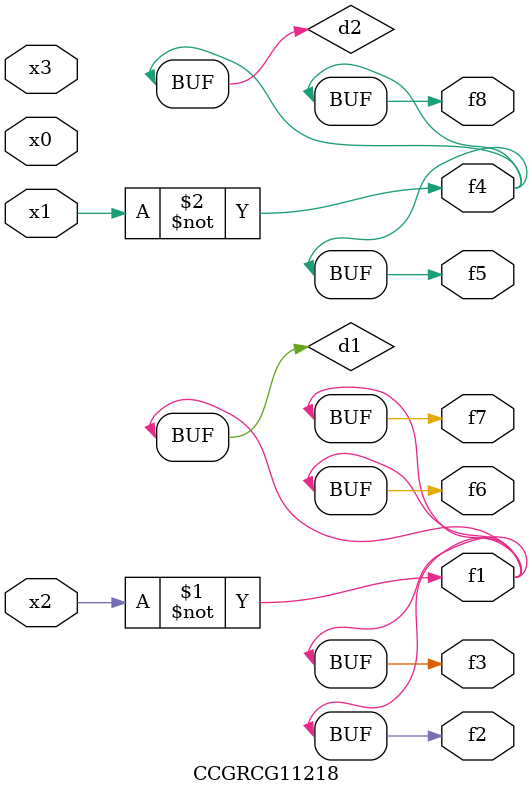
<source format=v>
module CCGRCG11218(
	input x0, x1, x2, x3,
	output f1, f2, f3, f4, f5, f6, f7, f8
);

	wire d1, d2;

	xnor (d1, x2);
	not (d2, x1);
	assign f1 = d1;
	assign f2 = d1;
	assign f3 = d1;
	assign f4 = d2;
	assign f5 = d2;
	assign f6 = d1;
	assign f7 = d1;
	assign f8 = d2;
endmodule

</source>
